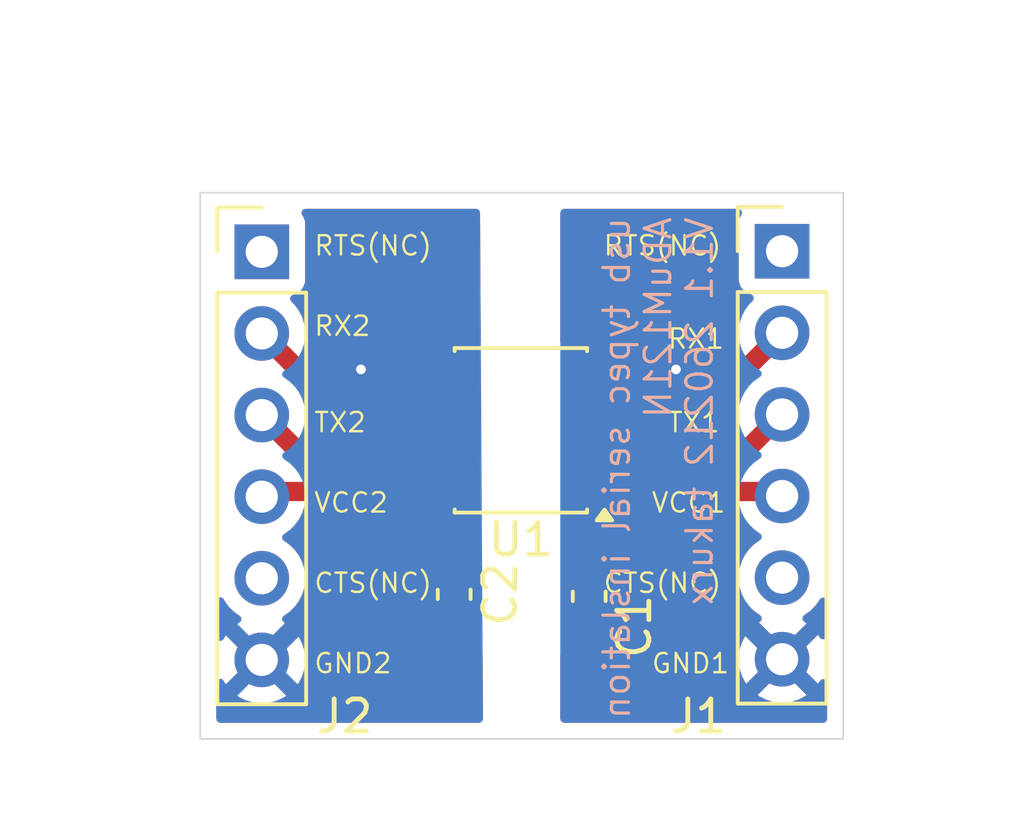
<source format=kicad_pcb>
(kicad_pcb (version 20241229) (generator "pcbnew") (generator_version "9.0")
  (title_block (title "usb typec serial insulation") (date "2026-02-12") (rev "V1.1") (company "takurx") (comment 1 "ADuM121N") (comment 2 "add C1, C2"))
  (layers (0 "F.Cu" signal) (2 "B.Cu" signal) (13 "F.Paste" user) (15 "B.Paste" user) (5 "F.SilkS" user "F.Silkscreen") (7 "B.SilkS" user "B.Silkscreen") (1 "F.Mask" user) (3 "B.Mask" user) (25 "Edge.Cuts" user))
  (net 0 "")
  (net 1 "VCC2")
  (net 2 "Net-(J1-Pin_3)")
  (net 3 "Net-(J1-Pin_2)")
  (net 6 "GND2")
  (net 8 "Net-(J2-Pin_3)")
  (net 9 "VCC1")
  (net 11 "GND1")
  (net 12 "Net-(J2-Pin_2)")
  (footprint "Connector_PinHeader_2.54mm:PinHeader_1x06_P2.54mm_Vertical" (layer "F.Cu") (at 129.915 90.84)
    (property "Reference" "J2" (at 2.585 14.46 0) (layer "F.SilkS"))
    (property "Value" "Conn_01x06_Socket")
    (fp_line (start -1.38 -1.38) (end 0 -1.38) (stroke (width 0.12)) (layer "F.SilkS"))
    (fp_line (start -1.38 0) (end -1.38 -1.38) (stroke (width 0.12)) (layer "F.SilkS"))
    (fp_line (start -1.38 1.27) (end -1.38 14.08) (stroke (width 0.12)) (layer "F.SilkS"))
    (fp_line (start -1.38 1.27) (end 1.38 1.27) (stroke (width 0.12)) (layer "F.SilkS"))
    (fp_line (start -1.38 14.08) (end 1.38 14.08) (stroke (width 0.12)) (layer "F.SilkS"))
    (fp_line (start 1.38 1.27) (end 1.38 14.08) (stroke (width 0.12)) (layer "F.SilkS"))
    (pad "1" thru_hole rect (at 0 0) (size 1.7 1.7) (drill 1) (layers "*.Cu" "*.Mask"))
    (pad "2" thru_hole circle (at 0 2.54) (size 1.7 1.7) (drill 1) (layers "*.Cu" "*.Mask") (net 12 "Net-(J2-Pin_2)"))
    (pad "3" thru_hole circle (at 0 5.08) (size 1.7 1.7) (drill 1) (layers "*.Cu" "*.Mask") (net 8 "Net-(J2-Pin_3)"))
    (pad "4" thru_hole circle (at 0 7.62) (size 1.7 1.7) (drill 1) (layers "*.Cu" "*.Mask") (net 1 "VCC2"))
    (pad "5" thru_hole circle (at 0 10.16) (size 1.7 1.7) (drill 1) (layers "*.Cu" "*.Mask"))
    (pad "6" thru_hole circle (at 0 12.7) (size 1.7 1.7) (drill 1) (layers "*.Cu" "*.Mask") (net 6 "GND2"))
  )
  (footprint "Capacitor_SMD:C_0603_1608Metric_Pad1.08x0.95mm_HandSolder" (layer "F.Cu") (at 140.1 101.5625 -90)
    (property "Reference" "C1" (at 0.9375 -1.4 90) (layer "F.SilkS"))
    (property "Value" "0.1uF,10V(=5V*2)")
    (fp_line (start -0.146267 0.51) (end 0.146267 0.51) (stroke (width 0.12)) (layer "F.SilkS"))
    (fp_line (start -0.146267 -0.51) (end 0.146267 -0.51) (stroke (width 0.12)) (layer "F.SilkS"))
    (pad "1" smd roundrect (at -0.8625 0 270) (size 1.075 0.95) (layers "F.Cu" "F.Mask" "F.Paste") (net 9 "VCC1"))
    (pad "2" smd roundrect (at 0.8625 0 270) (size 1.075 0.95) (layers "F.Cu" "F.Mask" "F.Paste") (net 11 "GND1"))
  )
  (footprint "Connector_PinHeader_2.54mm:PinHeader_1x06_P2.54mm_Vertical" (layer "F.Cu") (at 146.1 90.82)
    (property "Reference" "J1" (at -2.6 14.48 0) (layer "F.SilkS"))
    (property "Value" "Conn_01x06_Socket")
    (fp_line (start -1.38 -1.38) (end 0 -1.38) (stroke (width 0.12)) (layer "F.SilkS"))
    (fp_line (start -1.38 0) (end -1.38 -1.38) (stroke (width 0.12)) (layer "F.SilkS"))
    (fp_line (start -1.38 1.27) (end -1.38 14.08) (stroke (width 0.12)) (layer "F.SilkS"))
    (fp_line (start -1.38 1.27) (end 1.38 1.27) (stroke (width 0.12)) (layer "F.SilkS"))
    (fp_line (start -1.38 14.08) (end 1.38 14.08) (stroke (width 0.12)) (layer "F.SilkS"))
    (fp_line (start 1.38 1.27) (end 1.38 14.08) (stroke (width 0.12)) (layer "F.SilkS"))
    (pad "1" thru_hole rect (at 0 0) (size 1.7 1.7) (drill 1) (layers "*.Cu" "*.Mask"))
    (pad "2" thru_hole circle (at 0 2.54) (size 1.7 1.7) (drill 1) (layers "*.Cu" "*.Mask") (net 3 "Net-(J1-Pin_2)"))
    (pad "3" thru_hole circle (at 0 5.08) (size 1.7 1.7) (drill 1) (layers "*.Cu" "*.Mask") (net 2 "Net-(J1-Pin_3)"))
    (pad "4" thru_hole circle (at 0 7.62) (size 1.7 1.7) (drill 1) (layers "*.Cu" "*.Mask") (net 9 "VCC1"))
    (pad "5" thru_hole circle (at 0 10.16) (size 1.7 1.7) (drill 1) (layers "*.Cu" "*.Mask"))
    (pad "6" thru_hole circle (at 0 12.7) (size 1.7 1.7) (drill 1) (layers "*.Cu" "*.Mask") (net 11 "GND1"))
  )
  (footprint "Capacitor_SMD:C_0603_1608Metric_Pad1.08x0.95mm_HandSolder" (layer "F.Cu") (at 135.9 101.5 -90)
    (property "Reference" "C2" (at 0 -1.43 90) (layer "F.SilkS"))
    (property "Value" "0.1uF,10V(=5V*2)")
    (fp_line (start -0.146267 0.51) (end 0.146267 0.51) (stroke (width 0.12)) (layer "F.SilkS"))
    (fp_line (start -0.146267 -0.51) (end 0.146267 -0.51) (stroke (width 0.12)) (layer "F.SilkS"))
    (pad "1" smd roundrect (at -0.8625 0 270) (size 1.075 0.95) (layers "F.Cu" "F.Mask" "F.Paste") (net 1 "VCC2"))
    (pad "2" smd roundrect (at 0.8625 0 270) (size 1.075 0.95) (layers "F.Cu" "F.Mask" "F.Paste") (net 6 "GND2"))
  )
  (footprint "Package_SO:SOIC-8_3.9x4.9mm_P1.27mm" (layer "F.Cu") (at 137.975 96.395 180)
    (property "Reference" "U1" (at 0 -3.4 0) (layer "F.SilkS"))
    (property "Value" "ADuM121N")
    (fp_line (start 2.06 2.56) (end -2.06 2.56) (stroke (width 0.12)) (layer "F.SilkS"))
    (fp_line (start 2.06 2.465) (end 2.06 2.56) (stroke (width 0.12)) (layer "F.SilkS"))
    (fp_line (start 2.06 -2.56) (end 2.06 -2.465) (stroke (width 0.12)) (layer "F.SilkS"))
    (fp_line (start -2.06 2.56) (end -2.06 2.465) (stroke (width 0.12)) (layer "F.SilkS"))
    (fp_line (start -2.06 -2.465) (end -2.06 -2.56) (stroke (width 0.12)) (layer "F.SilkS"))
    (fp_line (start -2.06 -2.56) (end 2.06 -2.56) (stroke (width 0.12)) (layer "F.SilkS"))
    (fp_poly (pts (xy -2.6 -2.47) (xy -2.84 -2.8) (xy -2.36 -2.8)) (stroke (width 0.12)) (fill yes) (layer "F.SilkS"))
    (pad "1" smd roundrect (at -2.475 -1.905 180) (size 1.95 0.6) (layers "F.Cu" "F.Mask" "F.Paste") (net 9 "VCC1"))
    (pad "2" smd roundrect (at -2.475 -0.635 180) (size 1.95 0.6) (layers "F.Cu" "F.Mask" "F.Paste") (net 2 "Net-(J1-Pin_3)"))
    (pad "3" smd roundrect (at -2.475 0.635 180) (size 1.95 0.6) (layers "F.Cu" "F.Mask" "F.Paste") (net 3 "Net-(J1-Pin_2)"))
    (pad "4" smd roundrect (at -2.475 1.905 180) (size 1.95 0.6) (layers "F.Cu" "F.Mask" "F.Paste") (net 11 "GND1"))
    (pad "5" smd roundrect (at 2.475 1.905 180) (size 1.95 0.6) (layers "F.Cu" "F.Mask" "F.Paste") (net 6 "GND2"))
    (pad "6" smd roundrect (at 2.475 0.635 180) (size 1.95 0.6) (layers "F.Cu" "F.Mask" "F.Paste") (net 12 "Net-(J2-Pin_2)"))
    (pad "7" smd roundrect (at 2.475 -0.635 180) (size 1.95 0.6) (layers "F.Cu" "F.Mask" "F.Paste") (net 8 "Net-(J2-Pin_3)"))
    (pad "8" smd roundrect (at 2.475 -1.905 180) (size 1.95 0.6) (layers "F.Cu" "F.Mask" "F.Paste") (net 1 "VCC2"))
  )
  (gr_line (start 128 106) (end 128 89) (stroke (width 0.05)) (layer "Edge.Cuts"))
  (gr_line (start 148 89) (end 148 106) (stroke (width 0.05)) (layer "Edge.Cuts"))
  (gr_line (start 148 106) (end 128 106) (stroke (width 0.05)) (layer "Edge.Cuts"))
  (gr_line (start 128 89) (end 148 89) (stroke (width 0.05)) (layer "Edge.Cuts"))
  (gr_text "VCC2" (at 131.5 99 0) (layer "F.SilkS") (effects (font (size 0.6 0.6) (thickness 0.075)) (justify left bottom)))
  (gr_text "GND2" (at 131.5 104 0) (layer "F.SilkS") (effects (font (size 0.6 0.6) (thickness 0.075)) (justify left bottom)))
  (gr_text "RX2" (at 131.5 93.5 0) (layer "F.SilkS") (effects (font (size 0.6 0.6) (thickness 0.075)) (justify left bottom)))
  (gr_text "TX2" (at 131.5 96.5 0) (layer "F.SilkS") (effects (font (size 0.6 0.6) (thickness 0.075)) (justify left bottom)))
  (gr_text "GND1" (at 142 104 0) (layer "F.SilkS") (effects (font (size 0.6 0.6) (thickness 0.075)) (justify left bottom)))
  (gr_text "VCC1" (at 142 99 0) (layer "F.SilkS") (effects (font (size 0.6 0.6) (thickness 0.075)) (justify left bottom)))
  (gr_text "TX1" (at 142.5 96.5 0) (layer "F.SilkS") (effects (font (size 0.6 0.6) (thickness 0.075)) (justify left bottom)))
  (gr_text "RTS(NC)" (at 131.5 91 0) (layer "F.SilkS") (effects (font (size 0.6 0.6) (thickness 0.075)) (justify left bottom)))
  (gr_text "RX1" (at 142.5 93.9 0) (layer "F.SilkS") (effects (font (size 0.6 0.6) (thickness 0.075)) (justify left bottom)))
  (gr_text "CTS(NC)" (at 131.5 101.5 0) (layer "F.SilkS") (effects (font (size 0.6 0.6) (thickness 0.075)) (justify left bottom)))
  (gr_text "RTS(NC)" (at 140.5 91 0) (layer "F.SilkS") (effects (font (size 0.6 0.6) (thickness 0.075)) (justify left bottom)))
  (gr_text "CTS(NC)" (at 140.5 101.5 0) (layer "F.SilkS") (effects (font (size 0.6 0.6) (thickness 0.075)) (justify left bottom)))
  (gr_text "usb typec serial inslation\nADuM121N\nV1.1 260212 takurx" (at 144 89.7 90) (layer "B.SilkS") (effects (font (size 0.8 0.8) (thickness 0.1)) (justify left bottom mirror)))
  (segment (start 135.5 98.3) (end 130.075 98.3) (width 0.6) (layer "F.Cu") (net 1))
  (segment (start 130.075 98.3) (end 129.915 98.46) (width 0.6) (layer "F.Cu") (net 1))
  (segment (start 135.9 100.6375) (end 135.9 98.7) (width 0.6) (layer "F.Cu") (net 1))
  (segment (start 135.9 98.7) (end 135.5 98.3) (width 0.6) (layer "F.Cu") (net 1))
  (segment (start 140.45 97.03) (end 144.97 97.03) (width 0.6) (layer "F.Cu") (net 2))
  (segment (start 144.97 97.03) (end 146.1 95.9) (width 0.6) (layer "F.Cu") (net 2))
  (segment (start 143.7 95.76) (end 146.1 93.36) (width 0.6) (layer "F.Cu") (net 3))
  (segment (start 140.45 95.76) (end 143.7 95.76) (width 0.6) (layer "F.Cu") (net 3))
  (segment (start 135.49 94.5) (end 135.5 94.49) (width 0.6) (layer "F.Cu") (net 6))
  (segment (start 133 94.5) (end 135.49 94.5) (width 0.6) (layer "F.Cu") (net 6))
  (segment (start 129.915 103.54) (end 131.0925 102.3625) (width 0.6) (layer "F.Cu") (net 6))
  (segment (start 131.0925 102.3625) (end 135.9 102.3625) (width 0.6) (layer "F.Cu") (net 6))
  (via (at 133 94.5) (size 0.6) (drill 0.3) (layers "F.Cu" "B.Cu") (net 6))
  (segment (start 133 100.455) (end 133 94.5) (width 0.6) (layer "B.Cu") (net 6))
  (segment (start 129.915 103.54) (end 133 100.455) (width 0.6) (layer "B.Cu") (net 6))
  (segment (start 135.5 97.03) (end 131.025 97.03) (width 0.6) (layer "F.Cu") (net 8))
  (segment (start 131.025 97.03) (end 129.915 95.92) (width 0.6) (layer "F.Cu") (net 8))
  (segment (start 140.1 98.65) (end 140.45 98.3) (width 0.6) (layer "F.Cu") (net 9))
  (segment (start 140.1 100.7) (end 140.1 98.65) (width 0.6) (layer "F.Cu") (net 9))
  (segment (start 140.45 98.3) (end 145.96 98.3) (width 0.6) (layer "F.Cu") (net 9))
  (segment (start 145.96 98.3) (end 146.1 98.44) (width 0.6) (layer "F.Cu") (net 9))
  (segment (start 145.005 102.425) (end 140.1 102.425) (width 0.6) (layer "F.Cu") (net 11))
  (segment (start 142.8 94.5) (end 140.46 94.5) (width 0.6) (layer "F.Cu") (net 11))
  (segment (start 140.46 94.5) (end 140.45 94.49) (width 0.6) (layer "F.Cu") (net 11))
  (segment (start 146.1 103.52) (end 145.005 102.425) (width 0.6) (layer "F.Cu") (net 11))
  (via (at 142.8 94.5) (size 0.6) (drill 0.3) (layers "F.Cu" "B.Cu") (net 11))
  (segment (start 146.1 103.52) (end 142.8 100.22) (width 0.6) (layer "B.Cu") (net 11))
  (segment (start 142.8 100.22) (end 142.8 94.5) (width 0.6) (layer "B.Cu") (net 11))
  (segment (start 135.5 95.76) (end 132.295 95.76) (width 0.6) (layer "F.Cu") (net 12))
  (segment (start 132.295 95.76) (end 129.915 93.38) (width 0.6) (layer "F.Cu") (net 12))
  (zone (net 6) (net_name "GND2") (layers "F.Cu" "B.Cu") (connect_pads (clearance 0.5)) (min_thickness 0.25) (fill yes (thermal_gap 0.5) (thermal_bridge_width 0.5))
    (polygon (pts (xy 128 89) (xy 136.7 89) (xy 136.8 106) (xy 128 106)))
  )
  (zone (net 11) (net_name "GND1") (layers "F.Cu" "B.Cu") (priority 1) (connect_pads (clearance 0.5)) (min_thickness 0.25) (fill yes (thermal_gap 0.5) (thermal_bridge_width 0.5))
    (polygon (pts (xy 148 89) (xy 139.2 89) (xy 139.2 106) (xy 148 106)))
  )
)
</source>
